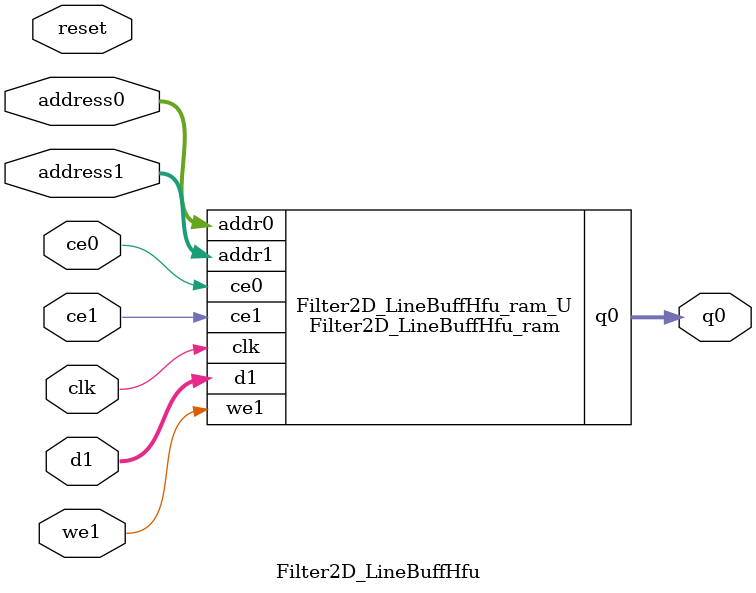
<source format=v>

`timescale 1 ns / 1 ps
module Filter2D_LineBuffHfu_ram (addr0, ce0, q0, addr1, ce1, d1, we1,  clk);

parameter DWIDTH = 32;
parameter AWIDTH = 9;
parameter MEM_SIZE = 270;

input[AWIDTH-1:0] addr0;
input ce0;
output reg[DWIDTH-1:0] q0;
input[AWIDTH-1:0] addr1;
input ce1;
input[DWIDTH-1:0] d1;
input we1;
input clk;

(* ram_style = "block" *)reg [DWIDTH-1:0] ram[0:MEM_SIZE-1];




always @(posedge clk)  
begin 
    if (ce0) 
    begin
            q0 <= ram[addr0];
    end
end


always @(posedge clk)  
begin 
    if (ce1) 
    begin
        if (we1) 
        begin 
            ram[addr1] <= d1; 
        end 
    end
end


endmodule


`timescale 1 ns / 1 ps
module Filter2D_LineBuffHfu(
    reset,
    clk,
    address0,
    ce0,
    q0,
    address1,
    ce1,
    we1,
    d1);

parameter DataWidth = 32'd32;
parameter AddressRange = 32'd270;
parameter AddressWidth = 32'd9;
input reset;
input clk;
input[AddressWidth - 1:0] address0;
input ce0;
output[DataWidth - 1:0] q0;
input[AddressWidth - 1:0] address1;
input ce1;
input we1;
input[DataWidth - 1:0] d1;



Filter2D_LineBuffHfu_ram Filter2D_LineBuffHfu_ram_U(
    .clk( clk ),
    .addr0( address0 ),
    .ce0( ce0 ),
    .q0( q0 ),
    .addr1( address1 ),
    .ce1( ce1 ),
    .we1( we1 ),
    .d1( d1 ));

endmodule


</source>
